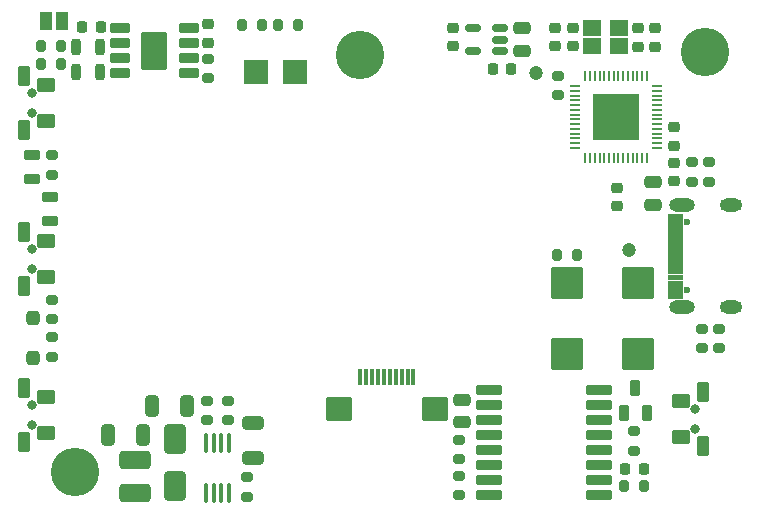
<source format=gbr>
%TF.GenerationSoftware,KiCad,Pcbnew,7.0.9*%
%TF.CreationDate,2024-03-02T15:09:24+02:00*%
%TF.ProjectId,DRM_Watch_V3,44524d5f-5761-4746-9368-5f56332e6b69,rev?*%
%TF.SameCoordinates,Original*%
%TF.FileFunction,Soldermask,Top*%
%TF.FilePolarity,Negative*%
%FSLAX46Y46*%
G04 Gerber Fmt 4.6, Leading zero omitted, Abs format (unit mm)*
G04 Created by KiCad (PCBNEW 7.0.9) date 2024-03-02 15:09:24*
%MOMM*%
%LPD*%
G01*
G04 APERTURE LIST*
G04 Aperture macros list*
%AMRoundRect*
0 Rectangle with rounded corners*
0 $1 Rounding radius*
0 $2 $3 $4 $5 $6 $7 $8 $9 X,Y pos of 4 corners*
0 Add a 4 corners polygon primitive as box body*
4,1,4,$2,$3,$4,$5,$6,$7,$8,$9,$2,$3,0*
0 Add four circle primitives for the rounded corners*
1,1,$1+$1,$2,$3*
1,1,$1+$1,$4,$5*
1,1,$1+$1,$6,$7*
1,1,$1+$1,$8,$9*
0 Add four rect primitives between the rounded corners*
20,1,$1+$1,$2,$3,$4,$5,0*
20,1,$1+$1,$4,$5,$6,$7,0*
20,1,$1+$1,$6,$7,$8,$9,0*
20,1,$1+$1,$8,$9,$2,$3,0*%
G04 Aperture macros list end*
%ADD10C,0.010000*%
%ADD11RoundRect,0.010000X0.750000X-0.600000X0.750000X0.600000X-0.750000X0.600000X-0.750000X-0.600000X0*%
%ADD12RoundRect,0.050000X-0.350000X-0.050000X0.350000X-0.050000X0.350000X0.050000X-0.350000X0.050000X0*%
%ADD13RoundRect,0.050000X-0.050000X-0.350000X0.050000X-0.350000X0.050000X0.350000X-0.050000X0.350000X0*%
%ADD14R,4.000000X4.000000*%
%ADD15RoundRect,0.150000X0.512500X0.150000X-0.512500X0.150000X-0.512500X-0.150000X0.512500X-0.150000X0*%
%ADD16RoundRect,0.200000X0.275000X-0.200000X0.275000X0.200000X-0.275000X0.200000X-0.275000X-0.200000X0*%
%ADD17RoundRect,0.350000X0.250000X-0.250000X0.250000X0.250000X-0.250000X0.250000X-0.250000X-0.250000X0*%
%ADD18RoundRect,0.250000X-0.650000X0.325000X-0.650000X-0.325000X0.650000X-0.325000X0.650000X0.325000X0*%
%ADD19RoundRect,0.102000X1.250000X1.250000X-1.250000X1.250000X-1.250000X-1.250000X1.250000X-1.250000X0*%
%ADD20RoundRect,0.200000X-0.275000X0.200000X-0.275000X-0.200000X0.275000X-0.200000X0.275000X0.200000X0*%
%ADD21C,1.200000*%
%ADD22C,4.100000*%
%ADD23RoundRect,0.225000X0.250000X-0.225000X0.250000X0.225000X-0.250000X0.225000X-0.250000X-0.225000X0*%
%ADD24RoundRect,0.225000X-0.250000X0.225000X-0.250000X-0.225000X0.250000X-0.225000X0.250000X0.225000X0*%
%ADD25RoundRect,0.200000X0.200000X0.500000X-0.200000X0.500000X-0.200000X-0.500000X0.200000X-0.500000X0*%
%ADD26RoundRect,0.102000X-0.635000X0.450000X-0.635000X-0.450000X0.635000X-0.450000X0.635000X0.450000X0*%
%ADD27RoundRect,0.102000X-0.400000X0.725000X-0.400000X-0.725000X0.400000X-0.725000X0.400000X0.725000X0*%
%ADD28C,0.800000*%
%ADD29RoundRect,0.250000X0.475000X-0.250000X0.475000X0.250000X-0.475000X0.250000X-0.475000X-0.250000X0*%
%ADD30RoundRect,0.144000X0.258000X-0.573000X0.258000X0.573000X-0.258000X0.573000X-0.258000X-0.573000X0*%
%ADD31RoundRect,0.050000X-1.000000X-1.000000X1.000000X-1.000000X1.000000X1.000000X-1.000000X1.000000X0*%
%ADD32RoundRect,0.102000X0.750000X-0.330200X0.750000X0.330200X-0.750000X0.330200X-0.750000X-0.330200X0*%
%ADD33RoundRect,0.102000X1.000000X-1.500000X1.000000X1.500000X-1.000000X1.500000X-1.000000X-1.500000X0*%
%ADD34RoundRect,0.250000X-0.650000X1.000000X-0.650000X-1.000000X0.650000X-1.000000X0.650000X1.000000X0*%
%ADD35RoundRect,0.050000X-0.150000X-0.650000X0.150000X-0.650000X0.150000X0.650000X-0.150000X0.650000X0*%
%ADD36RoundRect,0.102000X-1.000000X-0.900000X1.000000X-0.900000X1.000000X0.900000X-1.000000X0.900000X0*%
%ADD37RoundRect,0.225000X-0.225000X-0.250000X0.225000X-0.250000X0.225000X0.250000X-0.225000X0.250000X0*%
%ADD38RoundRect,0.200000X-0.200000X-0.275000X0.200000X-0.275000X0.200000X0.275000X-0.200000X0.275000X0*%
%ADD39R,1.000000X1.500000*%
%ADD40RoundRect,0.143300X0.983700X0.253700X-0.983700X0.253700X-0.983700X-0.253700X0.983700X-0.253700X0*%
%ADD41RoundRect,0.200000X-0.500000X0.200000X-0.500000X-0.200000X0.500000X-0.200000X0.500000X0.200000X0*%
%ADD42RoundRect,0.225000X0.225000X0.250000X-0.225000X0.250000X-0.225000X-0.250000X0.225000X-0.250000X0*%
%ADD43RoundRect,0.100000X-0.100000X0.712500X-0.100000X-0.712500X0.100000X-0.712500X0.100000X0.712500X0*%
%ADD44RoundRect,0.200000X0.200000X0.275000X-0.200000X0.275000X-0.200000X-0.275000X0.200000X-0.275000X0*%
%ADD45RoundRect,0.250000X0.325000X0.650000X-0.325000X0.650000X-0.325000X-0.650000X0.325000X-0.650000X0*%
%ADD46RoundRect,0.102000X0.635000X-0.450000X0.635000X0.450000X-0.635000X0.450000X-0.635000X-0.450000X0*%
%ADD47RoundRect,0.102000X0.400000X-0.725000X0.400000X0.725000X-0.400000X0.725000X-0.400000X-0.725000X0*%
%ADD48RoundRect,0.320000X1.005000X-0.480000X1.005000X0.480000X-1.005000X0.480000X-1.005000X-0.480000X0*%
%ADD49C,0.600000*%
%ADD50O,2.204000X1.104000*%
%ADD51O,1.904000X1.104000*%
%ADD52RoundRect,0.200000X0.500000X-0.200000X0.500000X0.200000X-0.500000X0.200000X-0.500000X-0.200000X0*%
G04 APERTURE END LIST*
%TO.C,J1*%
D10*
X122540000Y-68581000D02*
X121300000Y-68581000D01*
X121300000Y-67881000D01*
X122540000Y-67881000D01*
X122540000Y-68581000D01*
G36*
X122540000Y-68581000D02*
G01*
X121300000Y-68581000D01*
X121300000Y-67881000D01*
X122540000Y-67881000D01*
X122540000Y-68581000D01*
G37*
X122540000Y-67781000D02*
X121300000Y-67781000D01*
X121300000Y-67081000D01*
X122540000Y-67081000D01*
X122540000Y-67781000D01*
G36*
X122540000Y-67781000D02*
G01*
X121300000Y-67781000D01*
X121300000Y-67081000D01*
X122540000Y-67081000D01*
X122540000Y-67781000D01*
G37*
X122540000Y-66981000D02*
X121300000Y-66981000D01*
X121300000Y-66581000D01*
X122540000Y-66581000D01*
X122540000Y-66981000D01*
G36*
X122540000Y-66981000D02*
G01*
X121300000Y-66981000D01*
X121300000Y-66581000D01*
X122540000Y-66581000D01*
X122540000Y-66981000D01*
G37*
X122540000Y-66481000D02*
X121300000Y-66481000D01*
X121300000Y-66081000D01*
X122540000Y-66081000D01*
X122540000Y-66481000D01*
G36*
X122540000Y-66481000D02*
G01*
X121300000Y-66481000D01*
X121300000Y-66081000D01*
X122540000Y-66081000D01*
X122540000Y-66481000D01*
G37*
X122540000Y-65981000D02*
X121300000Y-65981000D01*
X121300000Y-65581000D01*
X122540000Y-65581000D01*
X122540000Y-65981000D01*
G36*
X122540000Y-65981000D02*
G01*
X121300000Y-65981000D01*
X121300000Y-65581000D01*
X122540000Y-65581000D01*
X122540000Y-65981000D01*
G37*
X122540000Y-65481000D02*
X121300000Y-65481000D01*
X121300000Y-65081000D01*
X122540000Y-65081000D01*
X122540000Y-65481000D01*
G36*
X122540000Y-65481000D02*
G01*
X121300000Y-65481000D01*
X121300000Y-65081000D01*
X122540000Y-65081000D01*
X122540000Y-65481000D01*
G37*
X122540000Y-64981000D02*
X121300000Y-64981000D01*
X121300000Y-64581000D01*
X122540000Y-64581000D01*
X122540000Y-64981000D01*
G36*
X122540000Y-64981000D02*
G01*
X121300000Y-64981000D01*
X121300000Y-64581000D01*
X122540000Y-64581000D01*
X122540000Y-64981000D01*
G37*
X122540000Y-64481000D02*
X121300000Y-64481000D01*
X121300000Y-64081000D01*
X122540000Y-64081000D01*
X122540000Y-64481000D01*
G36*
X122540000Y-64481000D02*
G01*
X121300000Y-64481000D01*
X121300000Y-64081000D01*
X122540000Y-64081000D01*
X122540000Y-64481000D01*
G37*
X122540000Y-63981000D02*
X121300000Y-63981000D01*
X121300000Y-63581000D01*
X122540000Y-63581000D01*
X122540000Y-63981000D01*
G36*
X122540000Y-63981000D02*
G01*
X121300000Y-63981000D01*
X121300000Y-63581000D01*
X122540000Y-63581000D01*
X122540000Y-63981000D01*
G37*
X122540000Y-63481000D02*
X121300000Y-63481000D01*
X121300000Y-63081000D01*
X122540000Y-63081000D01*
X122540000Y-63481000D01*
G36*
X122540000Y-63481000D02*
G01*
X121300000Y-63481000D01*
X121300000Y-63081000D01*
X122540000Y-63081000D01*
X122540000Y-63481000D01*
G37*
X122540000Y-62981000D02*
X121300000Y-62981000D01*
X121300000Y-62281000D01*
X122540000Y-62281000D01*
X122540000Y-62981000D01*
G36*
X122540000Y-62981000D02*
G01*
X121300000Y-62981000D01*
X121300000Y-62281000D01*
X122540000Y-62281000D01*
X122540000Y-62981000D01*
G37*
X122540000Y-62181000D02*
X121300000Y-62181000D01*
X121300000Y-61481000D01*
X122540000Y-61481000D01*
X122540000Y-62181000D01*
G36*
X122540000Y-62181000D02*
G01*
X121300000Y-62181000D01*
X121300000Y-61481000D01*
X122540000Y-61481000D01*
X122540000Y-62181000D01*
G37*
%TD*%
D11*
%TO.C,Y1*%
X114877503Y-47188716D03*
X117163503Y-47188716D03*
X117163503Y-45664716D03*
X114877503Y-45664716D03*
%TD*%
D12*
%TO.C,U1*%
X113496319Y-50637182D03*
X113496319Y-51037182D03*
X113496319Y-51437182D03*
X113496319Y-51837182D03*
X113496319Y-52237182D03*
X113496319Y-52637182D03*
X113496319Y-53037182D03*
X113496319Y-53437182D03*
X113496319Y-53837182D03*
X113496319Y-54237182D03*
X113496319Y-54637182D03*
X113496319Y-55037182D03*
X113496319Y-55437182D03*
X113496319Y-55837182D03*
D13*
X114346319Y-56687182D03*
X114746319Y-56687182D03*
X115146319Y-56687182D03*
X115546319Y-56687182D03*
X115946319Y-56687182D03*
X116346319Y-56687182D03*
X116746319Y-56687182D03*
X117146319Y-56687182D03*
X117546319Y-56687182D03*
X117946319Y-56687182D03*
X118346319Y-56687182D03*
X118746319Y-56687182D03*
X119146319Y-56687182D03*
X119546319Y-56687182D03*
D12*
X120396319Y-55837182D03*
X120396319Y-55437182D03*
X120396319Y-55037182D03*
X120396319Y-54637182D03*
X120396319Y-54237182D03*
X120396319Y-53837182D03*
X120396319Y-53437182D03*
X120396319Y-53037182D03*
X120396319Y-52637182D03*
X120396319Y-52237182D03*
X120396319Y-51837182D03*
X120396319Y-51437182D03*
X120396319Y-51037182D03*
X120396319Y-50637182D03*
D13*
X119546319Y-49787182D03*
X119146319Y-49787182D03*
X118746319Y-49787182D03*
X118346319Y-49787182D03*
X117946319Y-49787182D03*
X117546319Y-49787182D03*
X117146319Y-49787182D03*
X116746319Y-49787182D03*
X116346319Y-49787182D03*
X115946319Y-49787182D03*
X115546319Y-49787182D03*
X115146319Y-49787182D03*
X114746319Y-49787182D03*
X114346319Y-49787182D03*
D14*
X116946319Y-53237182D03*
%TD*%
D15*
%TO.C,U2*%
X107080632Y-47638833D03*
X107080632Y-46688833D03*
X107080632Y-45738833D03*
X104805632Y-45738833D03*
X104805632Y-47638833D03*
%TD*%
D16*
%TO.C,R3*%
X124195147Y-72822103D03*
X124195147Y-71172103D03*
%TD*%
D17*
%TO.C,D2*%
X67564000Y-70260000D03*
X67564000Y-73660000D03*
%TD*%
D18*
%TO.C,C18*%
X86233000Y-79170000D03*
X86233000Y-82120000D03*
%TD*%
D19*
%TO.C,LS1*%
X118830147Y-67262851D03*
X118830147Y-73262851D03*
X112830147Y-73262851D03*
X112830147Y-67262851D03*
%TD*%
D20*
%TO.C,R14*%
X123333861Y-57059106D03*
X123333861Y-58709106D03*
%TD*%
D16*
%TO.C,R6*%
X69162006Y-73553422D03*
X69162006Y-71903422D03*
%TD*%
D21*
%TO.C,TP28*%
X118000000Y-64500000D03*
%TD*%
D22*
%TO.C,M2*%
X124460000Y-47752000D03*
%TD*%
D23*
%TO.C,C5*%
X120267524Y-47275000D03*
X120267524Y-45725000D03*
%TD*%
D20*
%TO.C,R19*%
X103632000Y-80582000D03*
X103632000Y-82232000D03*
%TD*%
D24*
%TO.C,C15*%
X111787761Y-45686050D03*
X111787761Y-47236050D03*
%TD*%
D20*
%TO.C,R9*%
X82423000Y-48324000D03*
X82423000Y-49974000D03*
%TD*%
D25*
%TO.C,D3*%
X73267123Y-47343045D03*
X71235123Y-47343045D03*
%TD*%
D26*
%TO.C,S2*%
X68703000Y-63754000D03*
X68703000Y-66802000D03*
D27*
X66818000Y-62992000D03*
D28*
X67518000Y-64428000D03*
X67518000Y-66128000D03*
D27*
X66818000Y-67564000D03*
%TD*%
D29*
%TO.C,C9*%
X108991132Y-47638833D03*
X108991132Y-45738833D03*
%TD*%
D30*
%TO.C,Q1*%
X117633660Y-78263648D03*
X119533660Y-78263648D03*
X118583660Y-76143648D03*
%TD*%
D31*
%TO.C,BT1*%
X89789000Y-49403000D03*
X86487000Y-49403000D03*
%TD*%
D16*
%TO.C,R21*%
X85725000Y-85407000D03*
X85725000Y-83757000D03*
%TD*%
D23*
%TO.C,C6*%
X103149132Y-47238833D03*
X103149132Y-45688833D03*
%TD*%
D20*
%TO.C,R17*%
X84074000Y-77280000D03*
X84074000Y-78930000D03*
%TD*%
D24*
%TO.C,C4*%
X117000479Y-59225783D03*
X117000479Y-60775783D03*
%TD*%
D32*
%TO.C,U3*%
X80756446Y-49519595D03*
X80756446Y-48249595D03*
X80756446Y-46979595D03*
X80756446Y-45709595D03*
X74959234Y-45717485D03*
X74959234Y-46987485D03*
X74959234Y-48257485D03*
X74959234Y-49527485D03*
D33*
X77851000Y-47625000D03*
%TD*%
D34*
%TO.C,D6*%
X79629000Y-80518000D03*
X79629000Y-84518000D03*
%TD*%
D26*
%TO.C,S1*%
X68703000Y-50546000D03*
X68703000Y-53594000D03*
D27*
X66818000Y-49784000D03*
D28*
X67518000Y-51220000D03*
X67518000Y-52920000D03*
D27*
X66818000Y-54356000D03*
%TD*%
D23*
%TO.C,C12*%
X82415870Y-46949882D03*
X82415870Y-45399882D03*
%TD*%
D35*
%TO.C,J2*%
X95286000Y-75230000D03*
X95786000Y-75230000D03*
X96286000Y-75230000D03*
X96786000Y-75230000D03*
X97286000Y-75230000D03*
X97786000Y-75230000D03*
X98286000Y-75230000D03*
X98786000Y-75230000D03*
X99286000Y-75230000D03*
X99786000Y-75230000D03*
D36*
X93486000Y-77980000D03*
X101586000Y-77980000D03*
%TD*%
D23*
%TO.C,C7*%
X121821319Y-55660182D03*
X121821319Y-54110182D03*
%TD*%
D37*
%TO.C,C14*%
X117716280Y-82998754D03*
X119266280Y-82998754D03*
%TD*%
D24*
%TO.C,C3*%
X118790503Y-45739216D03*
X118790503Y-47289216D03*
%TD*%
D38*
%TO.C,R7*%
X68263000Y-47244000D03*
X69913000Y-47244000D03*
%TD*%
D26*
%TO.C,S4*%
X68703000Y-76962000D03*
X68703000Y-80010000D03*
D27*
X66818000Y-76200000D03*
D28*
X67518000Y-77636000D03*
X67518000Y-79336000D03*
D27*
X66818000Y-80772000D03*
%TD*%
D39*
%TO.C,JP1*%
X68692000Y-45085000D03*
X69992000Y-45085000D03*
%TD*%
D37*
%TO.C,C13*%
X106488411Y-49190065D03*
X108038411Y-49190065D03*
%TD*%
D40*
%TO.C,U4*%
X115526000Y-85217000D03*
X115526000Y-83947000D03*
X115526000Y-82677000D03*
X115526000Y-81407000D03*
X115526000Y-80137000D03*
X115526000Y-78867000D03*
X115526000Y-77597000D03*
X115526000Y-76327000D03*
X106216000Y-76327000D03*
X106216000Y-77597000D03*
X106216000Y-78867000D03*
X106216000Y-80137000D03*
X106216000Y-81407000D03*
X106216000Y-82677000D03*
X106216000Y-83947000D03*
X106216000Y-85217000D03*
%TD*%
D20*
%TO.C,R10*%
X69150351Y-68709964D03*
X69150351Y-70359964D03*
%TD*%
D29*
%TO.C,C10*%
X103886000Y-79055000D03*
X103886000Y-77155000D03*
%TD*%
D41*
%TO.C,D1*%
X67500000Y-56484000D03*
X67500000Y-58516000D03*
%TD*%
D42*
%TO.C,C11*%
X73292000Y-45593000D03*
X71742000Y-45593000D03*
%TD*%
D43*
%TO.C,U5*%
X84160000Y-80818500D03*
X83510000Y-80818500D03*
X82860000Y-80818500D03*
X82210000Y-80818500D03*
X82210000Y-85043500D03*
X82860000Y-85043500D03*
X83510000Y-85043500D03*
X84160000Y-85043500D03*
%TD*%
D24*
%TO.C,C2*%
X113258303Y-45680154D03*
X113258303Y-47230154D03*
%TD*%
D16*
%TO.C,R5*%
X69213058Y-58109281D03*
X69213058Y-56459281D03*
%TD*%
D38*
%TO.C,R8*%
X68263000Y-48768000D03*
X69913000Y-48768000D03*
%TD*%
D44*
%TO.C,R4*%
X113628466Y-64927773D03*
X111978466Y-64927773D03*
%TD*%
D20*
%TO.C,R18*%
X82296000Y-77280000D03*
X82296000Y-78930000D03*
%TD*%
D45*
%TO.C,C16*%
X80596000Y-77724000D03*
X77646000Y-77724000D03*
%TD*%
D21*
%TO.C,TP27*%
X110193874Y-49500000D03*
%TD*%
D22*
%TO.C,M3*%
X95250000Y-48006000D03*
%TD*%
D20*
%TO.C,R2*%
X125663001Y-71175000D03*
X125663001Y-72825000D03*
%TD*%
D46*
%TO.C,S3*%
X122452000Y-80352000D03*
X122452000Y-77304000D03*
D47*
X124337000Y-81114000D03*
D28*
X123637000Y-79678000D03*
X123637000Y-77978000D03*
D47*
X124337000Y-76542000D03*
%TD*%
D38*
%TO.C,R11*%
X85281000Y-45466000D03*
X86931000Y-45466000D03*
%TD*%
D48*
%TO.C,L1*%
X76200000Y-85093000D03*
X76200000Y-82293000D03*
%TD*%
D45*
%TO.C,C17*%
X76913000Y-80137000D03*
X73963000Y-80137000D03*
%TD*%
D20*
%TO.C,R15*%
X112031855Y-49735182D03*
X112031855Y-51385182D03*
%TD*%
D22*
%TO.C,M1*%
X71120000Y-83312000D03*
%TD*%
D49*
%TO.C,J1*%
X122990000Y-67921000D03*
X122990000Y-62141000D03*
D50*
X122500000Y-69356000D03*
X122500000Y-60706000D03*
D51*
X126670000Y-69356000D03*
X126670000Y-60706000D03*
%TD*%
D38*
%TO.C,R16*%
X117654773Y-84506664D03*
X119304773Y-84506664D03*
%TD*%
D16*
%TO.C,R13*%
X124805082Y-58708034D03*
X124805082Y-57058034D03*
%TD*%
D38*
%TO.C,R12*%
X88329000Y-45466000D03*
X89979000Y-45466000D03*
%TD*%
D16*
%TO.C,R20*%
X103632000Y-85280000D03*
X103632000Y-83630000D03*
%TD*%
D52*
%TO.C,D5*%
X69000000Y-62016000D03*
X69000000Y-59984000D03*
%TD*%
D24*
%TO.C,C8*%
X121821319Y-57110182D03*
X121821319Y-58660182D03*
%TD*%
D25*
%TO.C,D4*%
X73279000Y-49403000D03*
X71247000Y-49403000D03*
%TD*%
D20*
%TO.C,R1*%
X118500000Y-79835621D03*
X118500000Y-81485621D03*
%TD*%
D29*
%TO.C,C1*%
X120078637Y-60668763D03*
X120078637Y-58768763D03*
%TD*%
M02*

</source>
